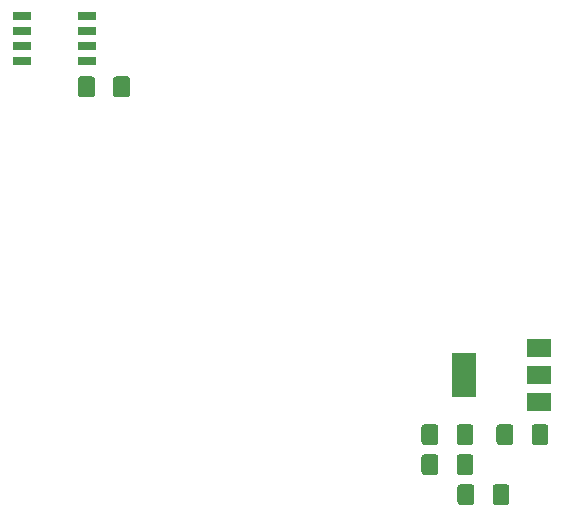
<source format=gbp>
%TF.GenerationSoftware,KiCad,Pcbnew,(5.1.0)-1*%
%TF.CreationDate,2022-07-09T20:49:55+03:00*%
%TF.ProjectId,octaver,6f637461-7665-4722-9e6b-696361645f70,rev?*%
%TF.SameCoordinates,Original*%
%TF.FileFunction,Paste,Bot*%
%TF.FilePolarity,Positive*%
%FSLAX46Y46*%
G04 Gerber Fmt 4.6, Leading zero omitted, Abs format (unit mm)*
G04 Created by KiCad (PCBNEW (5.1.0)-1) date 2022-07-09 20:49:55*
%MOMM*%
%LPD*%
G04 APERTURE LIST*
%ADD10C,0.100000*%
%ADD11C,1.425000*%
%ADD12R,2.000000X1.500000*%
%ADD13R,2.000000X3.800000*%
%ADD14R,1.525000X0.700000*%
G04 APERTURE END LIST*
D10*
%TO.C,C20*%
G36*
X189426504Y-121554204D02*
G01*
X189450773Y-121557804D01*
X189474571Y-121563765D01*
X189497671Y-121572030D01*
X189519849Y-121582520D01*
X189540893Y-121595133D01*
X189560598Y-121609747D01*
X189578777Y-121626223D01*
X189595253Y-121644402D01*
X189609867Y-121664107D01*
X189622480Y-121685151D01*
X189632970Y-121707329D01*
X189641235Y-121730429D01*
X189647196Y-121754227D01*
X189650796Y-121778496D01*
X189652000Y-121803000D01*
X189652000Y-123053000D01*
X189650796Y-123077504D01*
X189647196Y-123101773D01*
X189641235Y-123125571D01*
X189632970Y-123148671D01*
X189622480Y-123170849D01*
X189609867Y-123191893D01*
X189595253Y-123211598D01*
X189578777Y-123229777D01*
X189560598Y-123246253D01*
X189540893Y-123260867D01*
X189519849Y-123273480D01*
X189497671Y-123283970D01*
X189474571Y-123292235D01*
X189450773Y-123298196D01*
X189426504Y-123301796D01*
X189402000Y-123303000D01*
X188477000Y-123303000D01*
X188452496Y-123301796D01*
X188428227Y-123298196D01*
X188404429Y-123292235D01*
X188381329Y-123283970D01*
X188359151Y-123273480D01*
X188338107Y-123260867D01*
X188318402Y-123246253D01*
X188300223Y-123229777D01*
X188283747Y-123211598D01*
X188269133Y-123191893D01*
X188256520Y-123170849D01*
X188246030Y-123148671D01*
X188237765Y-123125571D01*
X188231804Y-123101773D01*
X188228204Y-123077504D01*
X188227000Y-123053000D01*
X188227000Y-121803000D01*
X188228204Y-121778496D01*
X188231804Y-121754227D01*
X188237765Y-121730429D01*
X188246030Y-121707329D01*
X188256520Y-121685151D01*
X188269133Y-121664107D01*
X188283747Y-121644402D01*
X188300223Y-121626223D01*
X188318402Y-121609747D01*
X188338107Y-121595133D01*
X188359151Y-121582520D01*
X188381329Y-121572030D01*
X188404429Y-121563765D01*
X188428227Y-121557804D01*
X188452496Y-121554204D01*
X188477000Y-121553000D01*
X189402000Y-121553000D01*
X189426504Y-121554204D01*
X189426504Y-121554204D01*
G37*
D11*
X188939500Y-122428000D03*
D10*
G36*
X186451504Y-121554204D02*
G01*
X186475773Y-121557804D01*
X186499571Y-121563765D01*
X186522671Y-121572030D01*
X186544849Y-121582520D01*
X186565893Y-121595133D01*
X186585598Y-121609747D01*
X186603777Y-121626223D01*
X186620253Y-121644402D01*
X186634867Y-121664107D01*
X186647480Y-121685151D01*
X186657970Y-121707329D01*
X186666235Y-121730429D01*
X186672196Y-121754227D01*
X186675796Y-121778496D01*
X186677000Y-121803000D01*
X186677000Y-123053000D01*
X186675796Y-123077504D01*
X186672196Y-123101773D01*
X186666235Y-123125571D01*
X186657970Y-123148671D01*
X186647480Y-123170849D01*
X186634867Y-123191893D01*
X186620253Y-123211598D01*
X186603777Y-123229777D01*
X186585598Y-123246253D01*
X186565893Y-123260867D01*
X186544849Y-123273480D01*
X186522671Y-123283970D01*
X186499571Y-123292235D01*
X186475773Y-123298196D01*
X186451504Y-123301796D01*
X186427000Y-123303000D01*
X185502000Y-123303000D01*
X185477496Y-123301796D01*
X185453227Y-123298196D01*
X185429429Y-123292235D01*
X185406329Y-123283970D01*
X185384151Y-123273480D01*
X185363107Y-123260867D01*
X185343402Y-123246253D01*
X185325223Y-123229777D01*
X185308747Y-123211598D01*
X185294133Y-123191893D01*
X185281520Y-123170849D01*
X185271030Y-123148671D01*
X185262765Y-123125571D01*
X185256804Y-123101773D01*
X185253204Y-123077504D01*
X185252000Y-123053000D01*
X185252000Y-121803000D01*
X185253204Y-121778496D01*
X185256804Y-121754227D01*
X185262765Y-121730429D01*
X185271030Y-121707329D01*
X185281520Y-121685151D01*
X185294133Y-121664107D01*
X185308747Y-121644402D01*
X185325223Y-121626223D01*
X185343402Y-121609747D01*
X185363107Y-121595133D01*
X185384151Y-121582520D01*
X185406329Y-121572030D01*
X185429429Y-121563765D01*
X185453227Y-121557804D01*
X185477496Y-121554204D01*
X185502000Y-121553000D01*
X186427000Y-121553000D01*
X186451504Y-121554204D01*
X186451504Y-121554204D01*
G37*
D11*
X185964500Y-122428000D03*
%TD*%
D12*
%TO.C,U7*%
X188824000Y-115048000D03*
X188824000Y-119648000D03*
X188824000Y-117348000D03*
D13*
X182524000Y-117348000D03*
%TD*%
D14*
%TO.C,IC1*%
X145116000Y-90805000D03*
X145116000Y-89535000D03*
X145116000Y-88265000D03*
X145116000Y-86995000D03*
X150540000Y-86995000D03*
X150540000Y-88265000D03*
X150540000Y-89535000D03*
X150540000Y-90805000D03*
%TD*%
D10*
%TO.C,C1*%
G36*
X151018504Y-92090204D02*
G01*
X151042773Y-92093804D01*
X151066571Y-92099765D01*
X151089671Y-92108030D01*
X151111849Y-92118520D01*
X151132893Y-92131133D01*
X151152598Y-92145747D01*
X151170777Y-92162223D01*
X151187253Y-92180402D01*
X151201867Y-92200107D01*
X151214480Y-92221151D01*
X151224970Y-92243329D01*
X151233235Y-92266429D01*
X151239196Y-92290227D01*
X151242796Y-92314496D01*
X151244000Y-92339000D01*
X151244000Y-93589000D01*
X151242796Y-93613504D01*
X151239196Y-93637773D01*
X151233235Y-93661571D01*
X151224970Y-93684671D01*
X151214480Y-93706849D01*
X151201867Y-93727893D01*
X151187253Y-93747598D01*
X151170777Y-93765777D01*
X151152598Y-93782253D01*
X151132893Y-93796867D01*
X151111849Y-93809480D01*
X151089671Y-93819970D01*
X151066571Y-93828235D01*
X151042773Y-93834196D01*
X151018504Y-93837796D01*
X150994000Y-93839000D01*
X150069000Y-93839000D01*
X150044496Y-93837796D01*
X150020227Y-93834196D01*
X149996429Y-93828235D01*
X149973329Y-93819970D01*
X149951151Y-93809480D01*
X149930107Y-93796867D01*
X149910402Y-93782253D01*
X149892223Y-93765777D01*
X149875747Y-93747598D01*
X149861133Y-93727893D01*
X149848520Y-93706849D01*
X149838030Y-93684671D01*
X149829765Y-93661571D01*
X149823804Y-93637773D01*
X149820204Y-93613504D01*
X149819000Y-93589000D01*
X149819000Y-92339000D01*
X149820204Y-92314496D01*
X149823804Y-92290227D01*
X149829765Y-92266429D01*
X149838030Y-92243329D01*
X149848520Y-92221151D01*
X149861133Y-92200107D01*
X149875747Y-92180402D01*
X149892223Y-92162223D01*
X149910402Y-92145747D01*
X149930107Y-92131133D01*
X149951151Y-92118520D01*
X149973329Y-92108030D01*
X149996429Y-92099765D01*
X150020227Y-92093804D01*
X150044496Y-92090204D01*
X150069000Y-92089000D01*
X150994000Y-92089000D01*
X151018504Y-92090204D01*
X151018504Y-92090204D01*
G37*
D11*
X150531500Y-92964000D03*
D10*
G36*
X153993504Y-92090204D02*
G01*
X154017773Y-92093804D01*
X154041571Y-92099765D01*
X154064671Y-92108030D01*
X154086849Y-92118520D01*
X154107893Y-92131133D01*
X154127598Y-92145747D01*
X154145777Y-92162223D01*
X154162253Y-92180402D01*
X154176867Y-92200107D01*
X154189480Y-92221151D01*
X154199970Y-92243329D01*
X154208235Y-92266429D01*
X154214196Y-92290227D01*
X154217796Y-92314496D01*
X154219000Y-92339000D01*
X154219000Y-93589000D01*
X154217796Y-93613504D01*
X154214196Y-93637773D01*
X154208235Y-93661571D01*
X154199970Y-93684671D01*
X154189480Y-93706849D01*
X154176867Y-93727893D01*
X154162253Y-93747598D01*
X154145777Y-93765777D01*
X154127598Y-93782253D01*
X154107893Y-93796867D01*
X154086849Y-93809480D01*
X154064671Y-93819970D01*
X154041571Y-93828235D01*
X154017773Y-93834196D01*
X153993504Y-93837796D01*
X153969000Y-93839000D01*
X153044000Y-93839000D01*
X153019496Y-93837796D01*
X152995227Y-93834196D01*
X152971429Y-93828235D01*
X152948329Y-93819970D01*
X152926151Y-93809480D01*
X152905107Y-93796867D01*
X152885402Y-93782253D01*
X152867223Y-93765777D01*
X152850747Y-93747598D01*
X152836133Y-93727893D01*
X152823520Y-93706849D01*
X152813030Y-93684671D01*
X152804765Y-93661571D01*
X152798804Y-93637773D01*
X152795204Y-93613504D01*
X152794000Y-93589000D01*
X152794000Y-92339000D01*
X152795204Y-92314496D01*
X152798804Y-92290227D01*
X152804765Y-92266429D01*
X152813030Y-92243329D01*
X152823520Y-92221151D01*
X152836133Y-92200107D01*
X152850747Y-92180402D01*
X152867223Y-92162223D01*
X152885402Y-92145747D01*
X152905107Y-92131133D01*
X152926151Y-92118520D01*
X152948329Y-92108030D01*
X152971429Y-92099765D01*
X152995227Y-92093804D01*
X153019496Y-92090204D01*
X153044000Y-92089000D01*
X153969000Y-92089000D01*
X153993504Y-92090204D01*
X153993504Y-92090204D01*
G37*
D11*
X153506500Y-92964000D03*
%TD*%
D10*
%TO.C,C19*%
G36*
X180101504Y-124094204D02*
G01*
X180125773Y-124097804D01*
X180149571Y-124103765D01*
X180172671Y-124112030D01*
X180194849Y-124122520D01*
X180215893Y-124135133D01*
X180235598Y-124149747D01*
X180253777Y-124166223D01*
X180270253Y-124184402D01*
X180284867Y-124204107D01*
X180297480Y-124225151D01*
X180307970Y-124247329D01*
X180316235Y-124270429D01*
X180322196Y-124294227D01*
X180325796Y-124318496D01*
X180327000Y-124343000D01*
X180327000Y-125593000D01*
X180325796Y-125617504D01*
X180322196Y-125641773D01*
X180316235Y-125665571D01*
X180307970Y-125688671D01*
X180297480Y-125710849D01*
X180284867Y-125731893D01*
X180270253Y-125751598D01*
X180253777Y-125769777D01*
X180235598Y-125786253D01*
X180215893Y-125800867D01*
X180194849Y-125813480D01*
X180172671Y-125823970D01*
X180149571Y-125832235D01*
X180125773Y-125838196D01*
X180101504Y-125841796D01*
X180077000Y-125843000D01*
X179152000Y-125843000D01*
X179127496Y-125841796D01*
X179103227Y-125838196D01*
X179079429Y-125832235D01*
X179056329Y-125823970D01*
X179034151Y-125813480D01*
X179013107Y-125800867D01*
X178993402Y-125786253D01*
X178975223Y-125769777D01*
X178958747Y-125751598D01*
X178944133Y-125731893D01*
X178931520Y-125710849D01*
X178921030Y-125688671D01*
X178912765Y-125665571D01*
X178906804Y-125641773D01*
X178903204Y-125617504D01*
X178902000Y-125593000D01*
X178902000Y-124343000D01*
X178903204Y-124318496D01*
X178906804Y-124294227D01*
X178912765Y-124270429D01*
X178921030Y-124247329D01*
X178931520Y-124225151D01*
X178944133Y-124204107D01*
X178958747Y-124184402D01*
X178975223Y-124166223D01*
X178993402Y-124149747D01*
X179013107Y-124135133D01*
X179034151Y-124122520D01*
X179056329Y-124112030D01*
X179079429Y-124103765D01*
X179103227Y-124097804D01*
X179127496Y-124094204D01*
X179152000Y-124093000D01*
X180077000Y-124093000D01*
X180101504Y-124094204D01*
X180101504Y-124094204D01*
G37*
D11*
X179614500Y-124968000D03*
D10*
G36*
X183076504Y-124094204D02*
G01*
X183100773Y-124097804D01*
X183124571Y-124103765D01*
X183147671Y-124112030D01*
X183169849Y-124122520D01*
X183190893Y-124135133D01*
X183210598Y-124149747D01*
X183228777Y-124166223D01*
X183245253Y-124184402D01*
X183259867Y-124204107D01*
X183272480Y-124225151D01*
X183282970Y-124247329D01*
X183291235Y-124270429D01*
X183297196Y-124294227D01*
X183300796Y-124318496D01*
X183302000Y-124343000D01*
X183302000Y-125593000D01*
X183300796Y-125617504D01*
X183297196Y-125641773D01*
X183291235Y-125665571D01*
X183282970Y-125688671D01*
X183272480Y-125710849D01*
X183259867Y-125731893D01*
X183245253Y-125751598D01*
X183228777Y-125769777D01*
X183210598Y-125786253D01*
X183190893Y-125800867D01*
X183169849Y-125813480D01*
X183147671Y-125823970D01*
X183124571Y-125832235D01*
X183100773Y-125838196D01*
X183076504Y-125841796D01*
X183052000Y-125843000D01*
X182127000Y-125843000D01*
X182102496Y-125841796D01*
X182078227Y-125838196D01*
X182054429Y-125832235D01*
X182031329Y-125823970D01*
X182009151Y-125813480D01*
X181988107Y-125800867D01*
X181968402Y-125786253D01*
X181950223Y-125769777D01*
X181933747Y-125751598D01*
X181919133Y-125731893D01*
X181906520Y-125710849D01*
X181896030Y-125688671D01*
X181887765Y-125665571D01*
X181881804Y-125641773D01*
X181878204Y-125617504D01*
X181877000Y-125593000D01*
X181877000Y-124343000D01*
X181878204Y-124318496D01*
X181881804Y-124294227D01*
X181887765Y-124270429D01*
X181896030Y-124247329D01*
X181906520Y-124225151D01*
X181919133Y-124204107D01*
X181933747Y-124184402D01*
X181950223Y-124166223D01*
X181968402Y-124149747D01*
X181988107Y-124135133D01*
X182009151Y-124122520D01*
X182031329Y-124112030D01*
X182054429Y-124103765D01*
X182078227Y-124097804D01*
X182102496Y-124094204D01*
X182127000Y-124093000D01*
X183052000Y-124093000D01*
X183076504Y-124094204D01*
X183076504Y-124094204D01*
G37*
D11*
X182589500Y-124968000D03*
%TD*%
D10*
%TO.C,C24*%
G36*
X180101504Y-121554204D02*
G01*
X180125773Y-121557804D01*
X180149571Y-121563765D01*
X180172671Y-121572030D01*
X180194849Y-121582520D01*
X180215893Y-121595133D01*
X180235598Y-121609747D01*
X180253777Y-121626223D01*
X180270253Y-121644402D01*
X180284867Y-121664107D01*
X180297480Y-121685151D01*
X180307970Y-121707329D01*
X180316235Y-121730429D01*
X180322196Y-121754227D01*
X180325796Y-121778496D01*
X180327000Y-121803000D01*
X180327000Y-123053000D01*
X180325796Y-123077504D01*
X180322196Y-123101773D01*
X180316235Y-123125571D01*
X180307970Y-123148671D01*
X180297480Y-123170849D01*
X180284867Y-123191893D01*
X180270253Y-123211598D01*
X180253777Y-123229777D01*
X180235598Y-123246253D01*
X180215893Y-123260867D01*
X180194849Y-123273480D01*
X180172671Y-123283970D01*
X180149571Y-123292235D01*
X180125773Y-123298196D01*
X180101504Y-123301796D01*
X180077000Y-123303000D01*
X179152000Y-123303000D01*
X179127496Y-123301796D01*
X179103227Y-123298196D01*
X179079429Y-123292235D01*
X179056329Y-123283970D01*
X179034151Y-123273480D01*
X179013107Y-123260867D01*
X178993402Y-123246253D01*
X178975223Y-123229777D01*
X178958747Y-123211598D01*
X178944133Y-123191893D01*
X178931520Y-123170849D01*
X178921030Y-123148671D01*
X178912765Y-123125571D01*
X178906804Y-123101773D01*
X178903204Y-123077504D01*
X178902000Y-123053000D01*
X178902000Y-121803000D01*
X178903204Y-121778496D01*
X178906804Y-121754227D01*
X178912765Y-121730429D01*
X178921030Y-121707329D01*
X178931520Y-121685151D01*
X178944133Y-121664107D01*
X178958747Y-121644402D01*
X178975223Y-121626223D01*
X178993402Y-121609747D01*
X179013107Y-121595133D01*
X179034151Y-121582520D01*
X179056329Y-121572030D01*
X179079429Y-121563765D01*
X179103227Y-121557804D01*
X179127496Y-121554204D01*
X179152000Y-121553000D01*
X180077000Y-121553000D01*
X180101504Y-121554204D01*
X180101504Y-121554204D01*
G37*
D11*
X179614500Y-122428000D03*
D10*
G36*
X183076504Y-121554204D02*
G01*
X183100773Y-121557804D01*
X183124571Y-121563765D01*
X183147671Y-121572030D01*
X183169849Y-121582520D01*
X183190893Y-121595133D01*
X183210598Y-121609747D01*
X183228777Y-121626223D01*
X183245253Y-121644402D01*
X183259867Y-121664107D01*
X183272480Y-121685151D01*
X183282970Y-121707329D01*
X183291235Y-121730429D01*
X183297196Y-121754227D01*
X183300796Y-121778496D01*
X183302000Y-121803000D01*
X183302000Y-123053000D01*
X183300796Y-123077504D01*
X183297196Y-123101773D01*
X183291235Y-123125571D01*
X183282970Y-123148671D01*
X183272480Y-123170849D01*
X183259867Y-123191893D01*
X183245253Y-123211598D01*
X183228777Y-123229777D01*
X183210598Y-123246253D01*
X183190893Y-123260867D01*
X183169849Y-123273480D01*
X183147671Y-123283970D01*
X183124571Y-123292235D01*
X183100773Y-123298196D01*
X183076504Y-123301796D01*
X183052000Y-123303000D01*
X182127000Y-123303000D01*
X182102496Y-123301796D01*
X182078227Y-123298196D01*
X182054429Y-123292235D01*
X182031329Y-123283970D01*
X182009151Y-123273480D01*
X181988107Y-123260867D01*
X181968402Y-123246253D01*
X181950223Y-123229777D01*
X181933747Y-123211598D01*
X181919133Y-123191893D01*
X181906520Y-123170849D01*
X181896030Y-123148671D01*
X181887765Y-123125571D01*
X181881804Y-123101773D01*
X181878204Y-123077504D01*
X181877000Y-123053000D01*
X181877000Y-121803000D01*
X181878204Y-121778496D01*
X181881804Y-121754227D01*
X181887765Y-121730429D01*
X181896030Y-121707329D01*
X181906520Y-121685151D01*
X181919133Y-121664107D01*
X181933747Y-121644402D01*
X181950223Y-121626223D01*
X181968402Y-121609747D01*
X181988107Y-121595133D01*
X182009151Y-121582520D01*
X182031329Y-121572030D01*
X182054429Y-121563765D01*
X182078227Y-121557804D01*
X182102496Y-121554204D01*
X182127000Y-121553000D01*
X183052000Y-121553000D01*
X183076504Y-121554204D01*
X183076504Y-121554204D01*
G37*
D11*
X182589500Y-122428000D03*
%TD*%
D10*
%TO.C,R26*%
G36*
X183149504Y-126634204D02*
G01*
X183173773Y-126637804D01*
X183197571Y-126643765D01*
X183220671Y-126652030D01*
X183242849Y-126662520D01*
X183263893Y-126675133D01*
X183283598Y-126689747D01*
X183301777Y-126706223D01*
X183318253Y-126724402D01*
X183332867Y-126744107D01*
X183345480Y-126765151D01*
X183355970Y-126787329D01*
X183364235Y-126810429D01*
X183370196Y-126834227D01*
X183373796Y-126858496D01*
X183375000Y-126883000D01*
X183375000Y-128133000D01*
X183373796Y-128157504D01*
X183370196Y-128181773D01*
X183364235Y-128205571D01*
X183355970Y-128228671D01*
X183345480Y-128250849D01*
X183332867Y-128271893D01*
X183318253Y-128291598D01*
X183301777Y-128309777D01*
X183283598Y-128326253D01*
X183263893Y-128340867D01*
X183242849Y-128353480D01*
X183220671Y-128363970D01*
X183197571Y-128372235D01*
X183173773Y-128378196D01*
X183149504Y-128381796D01*
X183125000Y-128383000D01*
X182200000Y-128383000D01*
X182175496Y-128381796D01*
X182151227Y-128378196D01*
X182127429Y-128372235D01*
X182104329Y-128363970D01*
X182082151Y-128353480D01*
X182061107Y-128340867D01*
X182041402Y-128326253D01*
X182023223Y-128309777D01*
X182006747Y-128291598D01*
X181992133Y-128271893D01*
X181979520Y-128250849D01*
X181969030Y-128228671D01*
X181960765Y-128205571D01*
X181954804Y-128181773D01*
X181951204Y-128157504D01*
X181950000Y-128133000D01*
X181950000Y-126883000D01*
X181951204Y-126858496D01*
X181954804Y-126834227D01*
X181960765Y-126810429D01*
X181969030Y-126787329D01*
X181979520Y-126765151D01*
X181992133Y-126744107D01*
X182006747Y-126724402D01*
X182023223Y-126706223D01*
X182041402Y-126689747D01*
X182061107Y-126675133D01*
X182082151Y-126662520D01*
X182104329Y-126652030D01*
X182127429Y-126643765D01*
X182151227Y-126637804D01*
X182175496Y-126634204D01*
X182200000Y-126633000D01*
X183125000Y-126633000D01*
X183149504Y-126634204D01*
X183149504Y-126634204D01*
G37*
D11*
X182662500Y-127508000D03*
D10*
G36*
X186124504Y-126634204D02*
G01*
X186148773Y-126637804D01*
X186172571Y-126643765D01*
X186195671Y-126652030D01*
X186217849Y-126662520D01*
X186238893Y-126675133D01*
X186258598Y-126689747D01*
X186276777Y-126706223D01*
X186293253Y-126724402D01*
X186307867Y-126744107D01*
X186320480Y-126765151D01*
X186330970Y-126787329D01*
X186339235Y-126810429D01*
X186345196Y-126834227D01*
X186348796Y-126858496D01*
X186350000Y-126883000D01*
X186350000Y-128133000D01*
X186348796Y-128157504D01*
X186345196Y-128181773D01*
X186339235Y-128205571D01*
X186330970Y-128228671D01*
X186320480Y-128250849D01*
X186307867Y-128271893D01*
X186293253Y-128291598D01*
X186276777Y-128309777D01*
X186258598Y-128326253D01*
X186238893Y-128340867D01*
X186217849Y-128353480D01*
X186195671Y-128363970D01*
X186172571Y-128372235D01*
X186148773Y-128378196D01*
X186124504Y-128381796D01*
X186100000Y-128383000D01*
X185175000Y-128383000D01*
X185150496Y-128381796D01*
X185126227Y-128378196D01*
X185102429Y-128372235D01*
X185079329Y-128363970D01*
X185057151Y-128353480D01*
X185036107Y-128340867D01*
X185016402Y-128326253D01*
X184998223Y-128309777D01*
X184981747Y-128291598D01*
X184967133Y-128271893D01*
X184954520Y-128250849D01*
X184944030Y-128228671D01*
X184935765Y-128205571D01*
X184929804Y-128181773D01*
X184926204Y-128157504D01*
X184925000Y-128133000D01*
X184925000Y-126883000D01*
X184926204Y-126858496D01*
X184929804Y-126834227D01*
X184935765Y-126810429D01*
X184944030Y-126787329D01*
X184954520Y-126765151D01*
X184967133Y-126744107D01*
X184981747Y-126724402D01*
X184998223Y-126706223D01*
X185016402Y-126689747D01*
X185036107Y-126675133D01*
X185057151Y-126662520D01*
X185079329Y-126652030D01*
X185102429Y-126643765D01*
X185126227Y-126637804D01*
X185150496Y-126634204D01*
X185175000Y-126633000D01*
X186100000Y-126633000D01*
X186124504Y-126634204D01*
X186124504Y-126634204D01*
G37*
D11*
X185637500Y-127508000D03*
%TD*%
M02*

</source>
